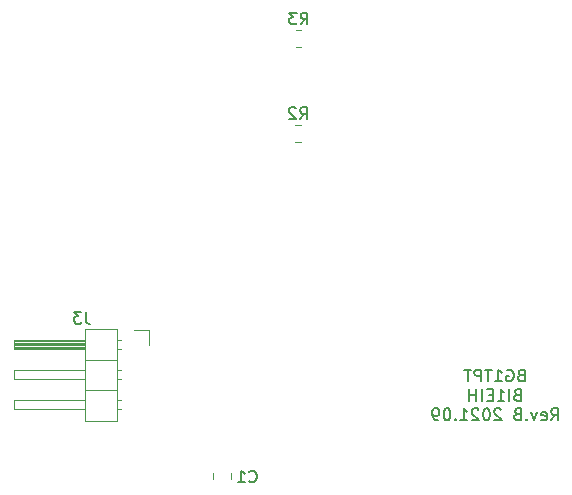
<source format=gbr>
%TF.GenerationSoftware,KiCad,Pcbnew,(5.1.10)-1*%
%TF.CreationDate,2022-03-02T00:29:21+08:00*%
%TF.ProjectId,r71ram_uno,72373172-616d-45f7-956e-6f2e6b696361,rev?*%
%TF.SameCoordinates,Original*%
%TF.FileFunction,Legend,Bot*%
%TF.FilePolarity,Positive*%
%FSLAX46Y46*%
G04 Gerber Fmt 4.6, Leading zero omitted, Abs format (unit mm)*
G04 Created by KiCad (PCBNEW (5.1.10)-1) date 2022-03-02 00:29:21*
%MOMM*%
%LPD*%
G01*
G04 APERTURE LIST*
%ADD10C,0.150000*%
%ADD11C,0.120000*%
G04 APERTURE END LIST*
D10*
X153764666Y-108843571D02*
X153621809Y-108891190D01*
X153574190Y-108938809D01*
X153526571Y-109034047D01*
X153526571Y-109176904D01*
X153574190Y-109272142D01*
X153621809Y-109319761D01*
X153717047Y-109367380D01*
X154098000Y-109367380D01*
X154098000Y-108367380D01*
X153764666Y-108367380D01*
X153669428Y-108415000D01*
X153621809Y-108462619D01*
X153574190Y-108557857D01*
X153574190Y-108653095D01*
X153621809Y-108748333D01*
X153669428Y-108795952D01*
X153764666Y-108843571D01*
X154098000Y-108843571D01*
X152574190Y-108415000D02*
X152669428Y-108367380D01*
X152812285Y-108367380D01*
X152955142Y-108415000D01*
X153050380Y-108510238D01*
X153098000Y-108605476D01*
X153145619Y-108795952D01*
X153145619Y-108938809D01*
X153098000Y-109129285D01*
X153050380Y-109224523D01*
X152955142Y-109319761D01*
X152812285Y-109367380D01*
X152717047Y-109367380D01*
X152574190Y-109319761D01*
X152526571Y-109272142D01*
X152526571Y-108938809D01*
X152717047Y-108938809D01*
X151574190Y-109367380D02*
X152145619Y-109367380D01*
X151859904Y-109367380D02*
X151859904Y-108367380D01*
X151955142Y-108510238D01*
X152050380Y-108605476D01*
X152145619Y-108653095D01*
X151288476Y-108367380D02*
X150717047Y-108367380D01*
X151002761Y-109367380D02*
X151002761Y-108367380D01*
X150383714Y-109367380D02*
X150383714Y-108367380D01*
X150002761Y-108367380D01*
X149907523Y-108415000D01*
X149859904Y-108462619D01*
X149812285Y-108557857D01*
X149812285Y-108700714D01*
X149859904Y-108795952D01*
X149907523Y-108843571D01*
X150002761Y-108891190D01*
X150383714Y-108891190D01*
X149526571Y-108367380D02*
X148955142Y-108367380D01*
X149240857Y-109367380D02*
X149240857Y-108367380D01*
X153455142Y-110493571D02*
X153312285Y-110541190D01*
X153264666Y-110588809D01*
X153217047Y-110684047D01*
X153217047Y-110826904D01*
X153264666Y-110922142D01*
X153312285Y-110969761D01*
X153407523Y-111017380D01*
X153788476Y-111017380D01*
X153788476Y-110017380D01*
X153455142Y-110017380D01*
X153359904Y-110065000D01*
X153312285Y-110112619D01*
X153264666Y-110207857D01*
X153264666Y-110303095D01*
X153312285Y-110398333D01*
X153359904Y-110445952D01*
X153455142Y-110493571D01*
X153788476Y-110493571D01*
X152788476Y-111017380D02*
X152788476Y-110017380D01*
X151788476Y-111017380D02*
X152359904Y-111017380D01*
X152074190Y-111017380D02*
X152074190Y-110017380D01*
X152169428Y-110160238D01*
X152264666Y-110255476D01*
X152359904Y-110303095D01*
X151359904Y-110493571D02*
X151026571Y-110493571D01*
X150883714Y-111017380D02*
X151359904Y-111017380D01*
X151359904Y-110017380D01*
X150883714Y-110017380D01*
X150455142Y-111017380D02*
X150455142Y-110017380D01*
X149978952Y-111017380D02*
X149978952Y-110017380D01*
X149978952Y-110493571D02*
X149407523Y-110493571D01*
X149407523Y-111017380D02*
X149407523Y-110017380D01*
X156312285Y-112667380D02*
X156645619Y-112191190D01*
X156883714Y-112667380D02*
X156883714Y-111667380D01*
X156502761Y-111667380D01*
X156407523Y-111715000D01*
X156359904Y-111762619D01*
X156312285Y-111857857D01*
X156312285Y-112000714D01*
X156359904Y-112095952D01*
X156407523Y-112143571D01*
X156502761Y-112191190D01*
X156883714Y-112191190D01*
X155502761Y-112619761D02*
X155598000Y-112667380D01*
X155788476Y-112667380D01*
X155883714Y-112619761D01*
X155931333Y-112524523D01*
X155931333Y-112143571D01*
X155883714Y-112048333D01*
X155788476Y-112000714D01*
X155598000Y-112000714D01*
X155502761Y-112048333D01*
X155455142Y-112143571D01*
X155455142Y-112238809D01*
X155931333Y-112334047D01*
X155121809Y-112000714D02*
X154883714Y-112667380D01*
X154645619Y-112000714D01*
X154264666Y-112572142D02*
X154217047Y-112619761D01*
X154264666Y-112667380D01*
X154312285Y-112619761D01*
X154264666Y-112572142D01*
X154264666Y-112667380D01*
X153455142Y-112143571D02*
X153312285Y-112191190D01*
X153264666Y-112238809D01*
X153217047Y-112334047D01*
X153217047Y-112476904D01*
X153264666Y-112572142D01*
X153312285Y-112619761D01*
X153407523Y-112667380D01*
X153788476Y-112667380D01*
X153788476Y-111667380D01*
X153455142Y-111667380D01*
X153359904Y-111715000D01*
X153312285Y-111762619D01*
X153264666Y-111857857D01*
X153264666Y-111953095D01*
X153312285Y-112048333D01*
X153359904Y-112095952D01*
X153455142Y-112143571D01*
X153788476Y-112143571D01*
X152074190Y-111762619D02*
X152026571Y-111715000D01*
X151931333Y-111667380D01*
X151693238Y-111667380D01*
X151598000Y-111715000D01*
X151550380Y-111762619D01*
X151502761Y-111857857D01*
X151502761Y-111953095D01*
X151550380Y-112095952D01*
X152121809Y-112667380D01*
X151502761Y-112667380D01*
X150883714Y-111667380D02*
X150788476Y-111667380D01*
X150693238Y-111715000D01*
X150645619Y-111762619D01*
X150598000Y-111857857D01*
X150550380Y-112048333D01*
X150550380Y-112286428D01*
X150598000Y-112476904D01*
X150645619Y-112572142D01*
X150693238Y-112619761D01*
X150788476Y-112667380D01*
X150883714Y-112667380D01*
X150978952Y-112619761D01*
X151026571Y-112572142D01*
X151074190Y-112476904D01*
X151121809Y-112286428D01*
X151121809Y-112048333D01*
X151074190Y-111857857D01*
X151026571Y-111762619D01*
X150978952Y-111715000D01*
X150883714Y-111667380D01*
X150169428Y-111762619D02*
X150121809Y-111715000D01*
X150026571Y-111667380D01*
X149788476Y-111667380D01*
X149693238Y-111715000D01*
X149645619Y-111762619D01*
X149598000Y-111857857D01*
X149598000Y-111953095D01*
X149645619Y-112095952D01*
X150217047Y-112667380D01*
X149598000Y-112667380D01*
X148645619Y-112667380D02*
X149217047Y-112667380D01*
X148931333Y-112667380D02*
X148931333Y-111667380D01*
X149026571Y-111810238D01*
X149121809Y-111905476D01*
X149217047Y-111953095D01*
X148217047Y-112572142D02*
X148169428Y-112619761D01*
X148217047Y-112667380D01*
X148264666Y-112619761D01*
X148217047Y-112572142D01*
X148217047Y-112667380D01*
X147550380Y-111667380D02*
X147455142Y-111667380D01*
X147359904Y-111715000D01*
X147312285Y-111762619D01*
X147264666Y-111857857D01*
X147217047Y-112048333D01*
X147217047Y-112286428D01*
X147264666Y-112476904D01*
X147312285Y-112572142D01*
X147359904Y-112619761D01*
X147455142Y-112667380D01*
X147550380Y-112667380D01*
X147645619Y-112619761D01*
X147693238Y-112572142D01*
X147740857Y-112476904D01*
X147788476Y-112286428D01*
X147788476Y-112048333D01*
X147740857Y-111857857D01*
X147693238Y-111762619D01*
X147645619Y-111715000D01*
X147550380Y-111667380D01*
X146740857Y-112667380D02*
X146550380Y-112667380D01*
X146455142Y-112619761D01*
X146407523Y-112572142D01*
X146312285Y-112429285D01*
X146264666Y-112238809D01*
X146264666Y-111857857D01*
X146312285Y-111762619D01*
X146359904Y-111715000D01*
X146455142Y-111667380D01*
X146645619Y-111667380D01*
X146740857Y-111715000D01*
X146788476Y-111762619D01*
X146836095Y-111857857D01*
X146836095Y-112095952D01*
X146788476Y-112191190D01*
X146740857Y-112238809D01*
X146645619Y-112286428D01*
X146455142Y-112286428D01*
X146359904Y-112238809D01*
X146312285Y-112191190D01*
X146264666Y-112095952D01*
D11*
%TO.C,J3*%
X122243000Y-105020000D02*
X120973000Y-105020000D01*
X122243000Y-106290000D02*
X122243000Y-105020000D01*
X119930071Y-111750000D02*
X119533000Y-111750000D01*
X119930071Y-110990000D02*
X119533000Y-110990000D01*
X110873000Y-111750000D02*
X116873000Y-111750000D01*
X110873000Y-110990000D02*
X110873000Y-111750000D01*
X116873000Y-110990000D02*
X110873000Y-110990000D01*
X119533000Y-110100000D02*
X116873000Y-110100000D01*
X119930071Y-109210000D02*
X119533000Y-109210000D01*
X119930071Y-108450000D02*
X119533000Y-108450000D01*
X110873000Y-109210000D02*
X116873000Y-109210000D01*
X110873000Y-108450000D02*
X110873000Y-109210000D01*
X116873000Y-108450000D02*
X110873000Y-108450000D01*
X119533000Y-107560000D02*
X116873000Y-107560000D01*
X119863000Y-106670000D02*
X119533000Y-106670000D01*
X119863000Y-105910000D02*
X119533000Y-105910000D01*
X116873000Y-106570000D02*
X110873000Y-106570000D01*
X116873000Y-106450000D02*
X110873000Y-106450000D01*
X116873000Y-106330000D02*
X110873000Y-106330000D01*
X116873000Y-106210000D02*
X110873000Y-106210000D01*
X116873000Y-106090000D02*
X110873000Y-106090000D01*
X116873000Y-105970000D02*
X110873000Y-105970000D01*
X110873000Y-106670000D02*
X116873000Y-106670000D01*
X110873000Y-105910000D02*
X110873000Y-106670000D01*
X116873000Y-105910000D02*
X110873000Y-105910000D01*
X116873000Y-104960000D02*
X119533000Y-104960000D01*
X116873000Y-112700000D02*
X116873000Y-104960000D01*
X119533000Y-112700000D02*
X116873000Y-112700000D01*
X119533000Y-104960000D02*
X119533000Y-112700000D01*
%TO.C,R3*%
X135175064Y-81075000D02*
X134720936Y-81075000D01*
X135175064Y-79605000D02*
X134720936Y-79605000D01*
%TO.C,R2*%
X135125064Y-89100000D02*
X134670936Y-89100000D01*
X135125064Y-87630000D02*
X134670936Y-87630000D01*
%TO.C,C1*%
X127713000Y-117626252D02*
X127713000Y-117103748D01*
X129183000Y-117626252D02*
X129183000Y-117103748D01*
%TO.C,J3*%
D10*
X116921333Y-103472380D02*
X116921333Y-104186666D01*
X116968952Y-104329523D01*
X117064190Y-104424761D01*
X117207047Y-104472380D01*
X117302285Y-104472380D01*
X116540380Y-103472380D02*
X115921333Y-103472380D01*
X116254666Y-103853333D01*
X116111809Y-103853333D01*
X116016571Y-103900952D01*
X115968952Y-103948571D01*
X115921333Y-104043809D01*
X115921333Y-104281904D01*
X115968952Y-104377142D01*
X116016571Y-104424761D01*
X116111809Y-104472380D01*
X116397523Y-104472380D01*
X116492761Y-104424761D01*
X116540380Y-104377142D01*
%TO.C,R3*%
X135114666Y-79142380D02*
X135448000Y-78666190D01*
X135686095Y-79142380D02*
X135686095Y-78142380D01*
X135305142Y-78142380D01*
X135209904Y-78190000D01*
X135162285Y-78237619D01*
X135114666Y-78332857D01*
X135114666Y-78475714D01*
X135162285Y-78570952D01*
X135209904Y-78618571D01*
X135305142Y-78666190D01*
X135686095Y-78666190D01*
X134781333Y-78142380D02*
X134162285Y-78142380D01*
X134495619Y-78523333D01*
X134352761Y-78523333D01*
X134257523Y-78570952D01*
X134209904Y-78618571D01*
X134162285Y-78713809D01*
X134162285Y-78951904D01*
X134209904Y-79047142D01*
X134257523Y-79094761D01*
X134352761Y-79142380D01*
X134638476Y-79142380D01*
X134733714Y-79094761D01*
X134781333Y-79047142D01*
%TO.C,R2*%
X135064666Y-87167380D02*
X135398000Y-86691190D01*
X135636095Y-87167380D02*
X135636095Y-86167380D01*
X135255142Y-86167380D01*
X135159904Y-86215000D01*
X135112285Y-86262619D01*
X135064666Y-86357857D01*
X135064666Y-86500714D01*
X135112285Y-86595952D01*
X135159904Y-86643571D01*
X135255142Y-86691190D01*
X135636095Y-86691190D01*
X134683714Y-86262619D02*
X134636095Y-86215000D01*
X134540857Y-86167380D01*
X134302761Y-86167380D01*
X134207523Y-86215000D01*
X134159904Y-86262619D01*
X134112285Y-86357857D01*
X134112285Y-86453095D01*
X134159904Y-86595952D01*
X134731333Y-87167380D01*
X134112285Y-87167380D01*
%TO.C,C1*%
X130764666Y-117822142D02*
X130812285Y-117869761D01*
X130955142Y-117917380D01*
X131050380Y-117917380D01*
X131193238Y-117869761D01*
X131288476Y-117774523D01*
X131336095Y-117679285D01*
X131383714Y-117488809D01*
X131383714Y-117345952D01*
X131336095Y-117155476D01*
X131288476Y-117060238D01*
X131193238Y-116965000D01*
X131050380Y-116917380D01*
X130955142Y-116917380D01*
X130812285Y-116965000D01*
X130764666Y-117012619D01*
X129812285Y-117917380D02*
X130383714Y-117917380D01*
X130098000Y-117917380D02*
X130098000Y-116917380D01*
X130193238Y-117060238D01*
X130288476Y-117155476D01*
X130383714Y-117203095D01*
%TD*%
M02*

</source>
